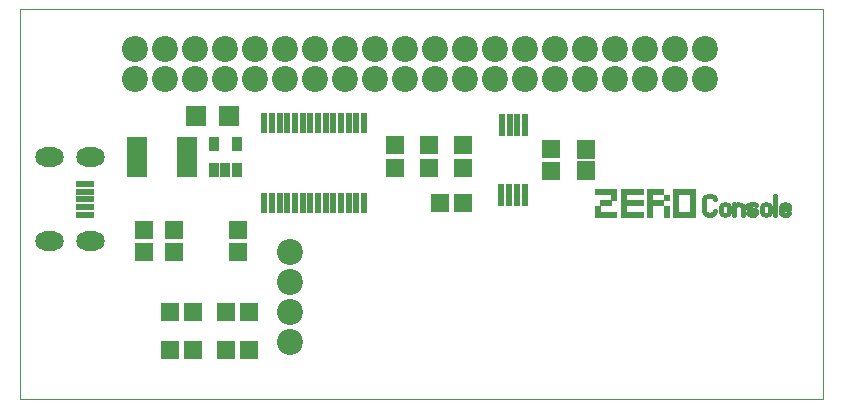
<source format=gbr>
%FSLAX34Y34*%
%MOMM*%
%LNSOLDERMASK_TOP*%
G71*
G01*
%ADD10C, 0.00*%
%ADD11C, 2.20*%
%ADD12R, 0.62X1.52*%
%ADD13R, 0.85X1.26*%
%ADD14R, 1.70X3.40*%
%ADD15R, 0.62X1.98*%
%ADD16R, 1.50X1.60*%
%ADD17R, 1.60X1.50*%
%ADD18C, 0.40*%
%ADD19R, 0.50X0.50*%
%ADD20R, 1.80X1.80*%
%ADD21R, 1.60X1.60*%
%ADD22C, 1.65*%
%ADD23R, 1.60X0.60*%
%LPD*%
G54D10*
X0Y1000000D02*
X680000Y1000000D01*
X680000Y670000D01*
X0Y670000D01*
X0Y1000000D01*
X580231Y966788D02*
G54D11*
D03*
X580230Y941384D02*
G54D11*
D03*
X554831Y966788D02*
G54D11*
D03*
X554831Y941388D02*
G54D11*
D03*
X529431Y966788D02*
G54D11*
D03*
X529431Y941388D02*
G54D11*
D03*
X504030Y966784D02*
G54D11*
D03*
X504031Y941388D02*
G54D11*
D03*
X478631Y966788D02*
G54D11*
D03*
X478631Y941388D02*
G54D11*
D03*
X453230Y966784D02*
G54D11*
D03*
X453231Y941388D02*
G54D11*
D03*
X427831Y966788D02*
G54D11*
D03*
X427831Y941388D02*
G54D11*
D03*
X402431Y966788D02*
G54D11*
D03*
X402430Y941384D02*
G54D11*
D03*
X377031Y966788D02*
G54D11*
D03*
X377031Y941388D02*
G54D11*
D03*
X351631Y966788D02*
G54D11*
D03*
X351631Y941388D02*
G54D11*
D03*
X326230Y966784D02*
G54D11*
D03*
X326231Y941388D02*
G54D11*
D03*
X300831Y966788D02*
G54D11*
D03*
X300831Y941388D02*
G54D11*
D03*
X275431Y966788D02*
G54D11*
D03*
X275431Y941388D02*
G54D11*
D03*
X250030Y966784D02*
G54D11*
D03*
X250031Y941388D02*
G54D11*
D03*
X224631Y966788D02*
G54D11*
D03*
X224631Y941388D02*
G54D11*
D03*
X199231Y966788D02*
G54D11*
D03*
X199230Y941384D02*
G54D11*
D03*
X173831Y966788D02*
G54D11*
D03*
X173831Y941388D02*
G54D11*
D03*
X148430Y966784D02*
G54D11*
D03*
X123031Y966788D02*
G54D11*
D03*
X97631Y966788D02*
G54D11*
D03*
X148431Y941388D02*
G54D11*
D03*
X123031Y941388D02*
G54D11*
D03*
X97631Y941388D02*
G54D11*
D03*
X291272Y835606D02*
G54D12*
D03*
X284772Y835606D02*
G54D12*
D03*
X278272Y835606D02*
G54D12*
D03*
X271772Y835606D02*
G54D12*
D03*
X265272Y835606D02*
G54D12*
D03*
X258772Y835606D02*
G54D12*
D03*
X252272Y835606D02*
G54D12*
D03*
X245772Y835606D02*
G54D12*
D03*
X239272Y835606D02*
G54D12*
D03*
X232772Y835606D02*
G54D12*
D03*
X226272Y835606D02*
G54D12*
D03*
X219772Y835606D02*
G54D12*
D03*
X213272Y835606D02*
G54D12*
D03*
X206772Y835606D02*
G54D12*
D03*
X291272Y904478D02*
G54D12*
D03*
X284772Y904478D02*
G54D12*
D03*
X278272Y904478D02*
G54D12*
D03*
X271772Y904478D02*
G54D12*
D03*
X265272Y904478D02*
G54D12*
D03*
X258772Y904478D02*
G54D12*
D03*
X252272Y904478D02*
G54D12*
D03*
X245772Y904478D02*
G54D12*
D03*
X239272Y904478D02*
G54D12*
D03*
X232772Y904478D02*
G54D12*
D03*
X226272Y904478D02*
G54D12*
D03*
X219772Y904478D02*
G54D12*
D03*
X213272Y904478D02*
G54D12*
D03*
X206772Y904478D02*
G54D12*
D03*
X291272Y903684D02*
G54D12*
D03*
X284772Y903684D02*
G54D12*
D03*
X278272Y903684D02*
G54D12*
D03*
X271772Y903684D02*
G54D12*
D03*
X265272Y903684D02*
G54D12*
D03*
X258772Y903684D02*
G54D12*
D03*
X252272Y903684D02*
G54D12*
D03*
X245772Y903684D02*
G54D12*
D03*
X239272Y903684D02*
G54D12*
D03*
X232772Y903684D02*
G54D12*
D03*
X226272Y903684D02*
G54D12*
D03*
X219772Y903684D02*
G54D12*
D03*
X213272Y903684D02*
G54D12*
D03*
X206772Y903684D02*
G54D12*
D03*
X291272Y836400D02*
G54D12*
D03*
X284772Y836400D02*
G54D12*
D03*
X278272Y836400D02*
G54D12*
D03*
X271772Y836400D02*
G54D12*
D03*
X265272Y836400D02*
G54D12*
D03*
X258772Y836400D02*
G54D12*
D03*
X252272Y836400D02*
G54D12*
D03*
X245772Y836400D02*
G54D12*
D03*
X239272Y836400D02*
G54D12*
D03*
X232772Y836400D02*
G54D12*
D03*
X226272Y836400D02*
G54D12*
D03*
X219772Y836400D02*
G54D12*
D03*
X213272Y836400D02*
G54D12*
D03*
X206772Y836400D02*
G54D12*
D03*
X291272Y836797D02*
G54D12*
D03*
X284772Y836797D02*
G54D12*
D03*
X278272Y836797D02*
G54D12*
D03*
X271772Y836797D02*
G54D12*
D03*
X265272Y836797D02*
G54D12*
D03*
X258772Y836797D02*
G54D12*
D03*
X252272Y836797D02*
G54D12*
D03*
X245772Y836797D02*
G54D12*
D03*
X239272Y836797D02*
G54D12*
D03*
X232772Y836797D02*
G54D12*
D03*
X226272Y836797D02*
G54D12*
D03*
X219772Y836797D02*
G54D12*
D03*
X213272Y836797D02*
G54D12*
D03*
X206772Y836797D02*
G54D12*
D03*
X291272Y903287D02*
G54D12*
D03*
X284772Y903288D02*
G54D12*
D03*
X278272Y903288D02*
G54D12*
D03*
X271772Y903288D02*
G54D12*
D03*
X265272Y903288D02*
G54D12*
D03*
X258772Y903288D02*
G54D12*
D03*
X252272Y903288D02*
G54D12*
D03*
X245772Y903287D02*
G54D12*
D03*
X239272Y903288D02*
G54D12*
D03*
X232772Y903288D02*
G54D12*
D03*
X226272Y903288D02*
G54D12*
D03*
X219772Y903288D02*
G54D12*
D03*
X213272Y903288D02*
G54D12*
D03*
X206772Y903288D02*
G54D12*
D03*
X164306Y886420D02*
G54D13*
D03*
X183356Y886420D02*
G54D13*
D03*
X164306Y864394D02*
G54D13*
D03*
X173831Y864394D02*
G54D13*
D03*
X183356Y864394D02*
G54D13*
D03*
X141288Y875506D02*
G54D14*
D03*
X99219Y875506D02*
G54D14*
D03*
X407988Y902494D02*
G54D15*
D03*
X414487Y902494D02*
G54D15*
D03*
X407591Y843147D02*
G54D15*
D03*
X414091Y843147D02*
G54D15*
D03*
X420591Y843147D02*
G54D15*
D03*
X427091Y843147D02*
G54D15*
D03*
X420988Y902494D02*
G54D15*
D03*
X427488Y902494D02*
G54D15*
D03*
X193675Y743744D02*
G54D16*
D03*
X174675Y743744D02*
G54D16*
D03*
X193675Y711994D02*
G54D16*
D03*
X174675Y711994D02*
G54D16*
D03*
X146050Y711994D02*
G54D16*
D03*
X127050Y711994D02*
G54D16*
D03*
X146050Y743744D02*
G54D16*
D03*
X127050Y743744D02*
G54D16*
D03*
X317475Y885006D02*
G54D17*
D03*
X317475Y866006D02*
G54D17*
D03*
X346050Y885006D02*
G54D17*
D03*
X346050Y866006D02*
G54D17*
D03*
X374625Y885006D02*
G54D17*
D03*
X374625Y866006D02*
G54D17*
D03*
X449238Y882229D02*
G54D17*
D03*
X449238Y863229D02*
G54D17*
D03*
X228600Y794544D02*
G54D11*
D03*
X228600Y769144D02*
G54D11*
D03*
X228600Y743744D02*
G54D11*
D03*
X228600Y718344D02*
G54D11*
D03*
X184175Y794569D02*
G54D17*
D03*
X184175Y813569D02*
G54D17*
D03*
X130200Y794569D02*
G54D17*
D03*
X130200Y813569D02*
G54D17*
D03*
X104800Y794569D02*
G54D17*
D03*
X104800Y813569D02*
G54D17*
D03*
G54D18*
X588641Y829294D02*
X587441Y827294D01*
X585041Y826294D01*
X582641Y826294D01*
X580241Y827294D01*
X579041Y829294D01*
X579041Y839294D01*
X580241Y841294D01*
X582641Y842294D01*
X585041Y842294D01*
X587441Y841294D01*
X588641Y839294D01*
G54D18*
X600241Y828694D02*
X600241Y832694D01*
X599041Y834694D01*
X596641Y835294D01*
X594241Y834694D01*
X593041Y832694D01*
X593041Y828694D01*
X594241Y826694D01*
X596641Y826294D01*
X599041Y826694D01*
X600241Y828694D01*
G54D18*
X604641Y826294D02*
X604641Y835294D01*
G54D18*
X604641Y833294D02*
X605841Y834694D01*
X608241Y835294D01*
X610641Y834694D01*
X611841Y833294D01*
X611841Y826294D01*
G54D18*
X616241Y827294D02*
X618641Y826294D01*
X621041Y826294D01*
X623441Y827294D01*
X623441Y829294D01*
X622241Y830294D01*
X617441Y831294D01*
X616241Y832294D01*
X616241Y834294D01*
X618641Y835294D01*
X621041Y835294D01*
X623441Y834294D01*
G54D18*
X635041Y828694D02*
X635041Y832694D01*
X633841Y834694D01*
X631441Y835294D01*
X629041Y834694D01*
X627841Y832694D01*
X627841Y828694D01*
X629041Y826694D01*
X631441Y826294D01*
X633841Y826694D01*
X635041Y828694D01*
G54D18*
X639441Y826294D02*
X639441Y842294D01*
G54D18*
X651041Y827294D02*
X649121Y826294D01*
X646721Y826294D01*
X644321Y827294D01*
X643841Y829294D01*
X643841Y832694D01*
X645041Y834694D01*
X647441Y835294D01*
X649841Y834694D01*
X651041Y833294D01*
X651041Y831294D01*
X643841Y831294D01*
X488950Y845344D02*
G54D19*
D03*
X498475Y845344D02*
G54D19*
D03*
X503238Y845344D02*
G54D19*
D03*
X503238Y840581D02*
G54D19*
D03*
X498475Y835819D02*
G54D19*
D03*
X488950Y831056D02*
G54D19*
D03*
X488950Y826294D02*
G54D19*
D03*
X498475Y826294D02*
G54D19*
D03*
X503238Y826294D02*
G54D19*
D03*
X511175Y826294D02*
G54D19*
D03*
X511175Y831056D02*
G54D19*
D03*
X511175Y835819D02*
G54D19*
D03*
X511175Y840581D02*
G54D19*
D03*
X511175Y845344D02*
G54D19*
D03*
X515938Y845344D02*
G54D19*
D03*
X520700Y845344D02*
G54D19*
D03*
X515938Y835819D02*
G54D19*
D03*
X520700Y835819D02*
G54D19*
D03*
X515938Y826294D02*
G54D19*
D03*
X520700Y826294D02*
G54D19*
D03*
X533400Y845344D02*
G54D19*
D03*
X533400Y840581D02*
G54D19*
D03*
X533400Y835819D02*
G54D19*
D03*
X533400Y831056D02*
G54D19*
D03*
X533400Y826294D02*
G54D19*
D03*
X538162Y845344D02*
G54D19*
D03*
X538162Y835819D02*
G54D19*
D03*
X547688Y840581D02*
G54D19*
D03*
X547688Y831056D02*
G54D19*
D03*
X547688Y826294D02*
G54D19*
D03*
X555625Y840581D02*
G54D19*
D03*
X555625Y835819D02*
G54D19*
D03*
X555625Y831056D02*
G54D19*
D03*
X560388Y826294D02*
G54D19*
D03*
X565150Y826294D02*
G54D19*
D03*
X569912Y831056D02*
G54D19*
D03*
X569912Y835819D02*
G54D19*
D03*
X569912Y840581D02*
G54D19*
D03*
X560388Y845344D02*
G54D19*
D03*
X565150Y845344D02*
G54D19*
D03*
X149225Y909638D02*
G54D20*
D03*
X177225Y909638D02*
G54D20*
D03*
X555625Y845344D02*
G54D19*
D03*
X569912Y845344D02*
G54D19*
D03*
X569912Y826294D02*
G54D19*
D03*
X555625Y826294D02*
G54D19*
D03*
X493712Y845344D02*
G54D19*
D03*
X493712Y835819D02*
G54D19*
D03*
X493712Y826294D02*
G54D19*
D03*
X525462Y845344D02*
G54D19*
D03*
X525462Y835819D02*
G54D19*
D03*
X525462Y826294D02*
G54D19*
D03*
X542925Y845344D02*
G54D19*
D03*
X542925Y835819D02*
G54D19*
D03*
X355600Y835819D02*
G54D16*
D03*
X374600Y835819D02*
G54D16*
D03*
X479401Y882229D02*
G54D17*
D03*
X479401Y863229D02*
G54D17*
D03*
X479425Y880666D02*
G54D21*
D03*
X479425Y863997D02*
G54D21*
D03*
X21034Y875109D02*
G54D22*
D03*
X28972Y875109D02*
G54D22*
D03*
X28972Y803672D02*
G54D22*
D03*
X21034Y803672D02*
G54D22*
D03*
X63500Y875109D02*
G54D22*
D03*
X55562Y875109D02*
G54D22*
D03*
X63500Y803672D02*
G54D22*
D03*
X55562Y803672D02*
G54D22*
D03*
X59531Y875109D02*
G54D22*
D03*
X59531Y803672D02*
G54D22*
D03*
X25003Y803672D02*
G54D22*
D03*
X25003Y875109D02*
G54D22*
D03*
X54777Y839390D02*
G54D23*
D03*
X54777Y832890D02*
G54D23*
D03*
X54777Y826390D02*
G54D23*
D03*
X54777Y845890D02*
G54D23*
D03*
X54777Y852390D02*
G54D23*
D03*
X63302Y875109D02*
G54D22*
D03*
X63103Y875109D02*
G54D22*
D03*
X62905Y875109D02*
G54D22*
D03*
X62706Y875109D02*
G54D22*
D03*
X62508Y875109D02*
G54D22*
D03*
X62309Y875109D02*
G54D22*
D03*
X62111Y875109D02*
G54D22*
D03*
X61912Y875109D02*
G54D22*
D03*
X61714Y875109D02*
G54D22*
D03*
X61516Y875109D02*
G54D22*
D03*
X61317Y875109D02*
G54D22*
D03*
X61119Y875109D02*
G54D22*
D03*
X60920Y875109D02*
G54D22*
D03*
X60722Y875109D02*
G54D22*
D03*
X60523Y875109D02*
G54D22*
D03*
X60325Y875109D02*
G54D22*
D03*
X60127Y875109D02*
G54D22*
D03*
X59928Y875109D02*
G54D22*
D03*
X59730Y875109D02*
G54D22*
D03*
X59333Y875109D02*
G54D22*
D03*
X59134Y875109D02*
G54D22*
D03*
X58936Y875109D02*
G54D22*
D03*
X58738Y875109D02*
G54D22*
D03*
X58539Y875109D02*
G54D22*
D03*
X58341Y875109D02*
G54D22*
D03*
X58142Y875109D02*
G54D22*
D03*
X57944Y875109D02*
G54D22*
D03*
X57745Y875109D02*
G54D22*
D03*
X57547Y875109D02*
G54D22*
D03*
X57348Y875109D02*
G54D22*
D03*
X57150Y875109D02*
G54D22*
D03*
X55761Y875109D02*
G54D22*
D03*
X55959Y875109D02*
G54D22*
D03*
X56158Y875109D02*
G54D22*
D03*
X56356Y875109D02*
G54D22*
D03*
X56555Y875109D02*
G54D22*
D03*
X56753Y875109D02*
G54D22*
D03*
X63302Y803672D02*
G54D22*
D03*
X63103Y803672D02*
G54D22*
D03*
X62905Y803672D02*
G54D22*
D03*
X62706Y803672D02*
G54D22*
D03*
X62508Y803672D02*
G54D22*
D03*
X62309Y803672D02*
G54D22*
D03*
X62111Y803672D02*
G54D22*
D03*
X61912Y803672D02*
G54D22*
D03*
X61714Y803672D02*
G54D22*
D03*
X61516Y803672D02*
G54D22*
D03*
X61317Y803672D02*
G54D22*
D03*
X61119Y803672D02*
G54D22*
D03*
X60920Y803672D02*
G54D22*
D03*
X60722Y803672D02*
G54D22*
D03*
X60523Y803672D02*
G54D22*
D03*
X60325Y803672D02*
G54D22*
D03*
X60127Y803672D02*
G54D22*
D03*
X59928Y803672D02*
G54D22*
D03*
X55761Y803672D02*
G54D22*
D03*
X55959Y803672D02*
G54D22*
D03*
X56158Y803672D02*
G54D22*
D03*
X56356Y803672D02*
G54D22*
D03*
X56555Y803672D02*
G54D22*
D03*
X56753Y803672D02*
G54D22*
D03*
X56952Y803672D02*
G54D22*
D03*
X57150Y803672D02*
G54D22*
D03*
X57348Y803672D02*
G54D22*
D03*
X57547Y803672D02*
G54D22*
D03*
X57745Y803672D02*
G54D22*
D03*
X57944Y803672D02*
G54D22*
D03*
X58142Y803672D02*
G54D22*
D03*
X58341Y803672D02*
G54D22*
D03*
X58539Y803672D02*
G54D22*
D03*
X58539Y803672D02*
G54D22*
D03*
X58738Y803672D02*
G54D22*
D03*
X58936Y803672D02*
G54D22*
D03*
X59134Y803672D02*
G54D22*
D03*
X28972Y875109D02*
G54D22*
D03*
X21034Y875109D02*
G54D22*
D03*
X25003Y875109D02*
G54D22*
D03*
X28773Y875109D02*
G54D22*
D03*
X28575Y875109D02*
G54D22*
D03*
X28377Y875109D02*
G54D22*
D03*
X28178Y875109D02*
G54D22*
D03*
X27980Y875109D02*
G54D22*
D03*
X27781Y875109D02*
G54D22*
D03*
X27583Y875109D02*
G54D22*
D03*
X27384Y875109D02*
G54D22*
D03*
X27186Y875109D02*
G54D22*
D03*
X26988Y875109D02*
G54D22*
D03*
X26789Y875109D02*
G54D22*
D03*
X26591Y875109D02*
G54D22*
D03*
X26392Y875109D02*
G54D22*
D03*
X26194Y875109D02*
G54D22*
D03*
X25995Y875109D02*
G54D22*
D03*
X25797Y875109D02*
G54D22*
D03*
X25598Y875109D02*
G54D22*
D03*
X25400Y875109D02*
G54D22*
D03*
X25202Y875109D02*
G54D22*
D03*
X24805Y875109D02*
G54D22*
D03*
X24606Y875109D02*
G54D22*
D03*
X24408Y875109D02*
G54D22*
D03*
X24209Y875109D02*
G54D22*
D03*
X24011Y875109D02*
G54D22*
D03*
X23812Y875109D02*
G54D22*
D03*
X23614Y875109D02*
G54D22*
D03*
X23416Y875109D02*
G54D22*
D03*
X23217Y875109D02*
G54D22*
D03*
X23019Y875109D02*
G54D22*
D03*
X22820Y875109D02*
G54D22*
D03*
X22622Y875109D02*
G54D22*
D03*
X21233Y875109D02*
G54D22*
D03*
X21431Y875109D02*
G54D22*
D03*
X21630Y875109D02*
G54D22*
D03*
X21828Y875109D02*
G54D22*
D03*
X22027Y875109D02*
G54D22*
D03*
X22225Y875109D02*
G54D22*
D03*
X28972Y803672D02*
G54D22*
D03*
X21034Y803672D02*
G54D22*
D03*
X25003Y803672D02*
G54D22*
D03*
X28773Y803672D02*
G54D22*
D03*
X28575Y803672D02*
G54D22*
D03*
X28377Y803672D02*
G54D22*
D03*
X28178Y803672D02*
G54D22*
D03*
X27980Y803672D02*
G54D22*
D03*
X27781Y803672D02*
G54D22*
D03*
X27583Y803672D02*
G54D22*
D03*
X27384Y803672D02*
G54D22*
D03*
X27186Y803672D02*
G54D22*
D03*
X26988Y803672D02*
G54D22*
D03*
X26789Y803672D02*
G54D22*
D03*
X26591Y803672D02*
G54D22*
D03*
X26392Y803672D02*
G54D22*
D03*
X26194Y803672D02*
G54D22*
D03*
X25995Y803672D02*
G54D22*
D03*
X25797Y803672D02*
G54D22*
D03*
X25598Y803672D02*
G54D22*
D03*
X25400Y803672D02*
G54D22*
D03*
X21233Y803672D02*
G54D22*
D03*
X21431Y803672D02*
G54D22*
D03*
X21630Y803672D02*
G54D22*
D03*
X21828Y803672D02*
G54D22*
D03*
X22027Y803672D02*
G54D22*
D03*
X22225Y803672D02*
G54D22*
D03*
X22423Y803672D02*
G54D22*
D03*
X22622Y803672D02*
G54D22*
D03*
X22820Y803672D02*
G54D22*
D03*
X23019Y803672D02*
G54D22*
D03*
X23217Y803672D02*
G54D22*
D03*
X23416Y803672D02*
G54D22*
D03*
X23614Y803672D02*
G54D22*
D03*
X23812Y803672D02*
G54D22*
D03*
X24011Y803672D02*
G54D22*
D03*
X24011Y803672D02*
G54D22*
D03*
X24209Y803672D02*
G54D22*
D03*
X24408Y803672D02*
G54D22*
D03*
X24606Y803672D02*
G54D22*
D03*
X21828Y875109D02*
G54D22*
D03*
X22622Y875109D02*
G54D22*
D03*
X23416Y875109D02*
G54D22*
D03*
X24209Y875109D02*
G54D22*
D03*
X25003Y875109D02*
G54D22*
D03*
X25797Y875109D02*
G54D22*
D03*
X26591Y875109D02*
G54D22*
D03*
X27384Y875109D02*
G54D22*
D03*
X28178Y875109D02*
G54D22*
D03*
X56356Y875109D02*
G54D22*
D03*
X57150Y875109D02*
G54D22*
D03*
X57944Y875109D02*
G54D22*
D03*
X58738Y875109D02*
G54D22*
D03*
X59531Y875109D02*
G54D22*
D03*
X60325Y875109D02*
G54D22*
D03*
X61119Y875109D02*
G54D22*
D03*
X61912Y875109D02*
G54D22*
D03*
X62706Y875109D02*
G54D22*
D03*
X63500Y875109D02*
G54D22*
D03*
X28972Y875109D02*
G54D22*
D03*
X21034Y803672D02*
G54D22*
D03*
X21828Y803672D02*
G54D22*
D03*
X22622Y803672D02*
G54D22*
D03*
X23416Y803672D02*
G54D22*
D03*
X24209Y803672D02*
G54D22*
D03*
X25003Y803672D02*
G54D22*
D03*
X25797Y803672D02*
G54D22*
D03*
X26591Y803672D02*
G54D22*
D03*
X27384Y803672D02*
G54D22*
D03*
X28178Y803672D02*
G54D22*
D03*
X28972Y803672D02*
G54D22*
D03*
X55562Y803672D02*
G54D22*
D03*
X56356Y803672D02*
G54D22*
D03*
X57150Y803672D02*
G54D22*
D03*
X57944Y803672D02*
G54D22*
D03*
X58738Y803672D02*
G54D22*
D03*
X59531Y803672D02*
G54D22*
D03*
X60325Y803672D02*
G54D22*
D03*
X61119Y803672D02*
G54D22*
D03*
X61912Y803672D02*
G54D22*
D03*
X62706Y803672D02*
G54D22*
D03*
X63500Y803672D02*
G54D22*
D03*
X21034Y875109D02*
G54D22*
D03*
X28972Y875109D02*
G54D22*
D03*
X55562Y875109D02*
G54D22*
D03*
M02*

</source>
